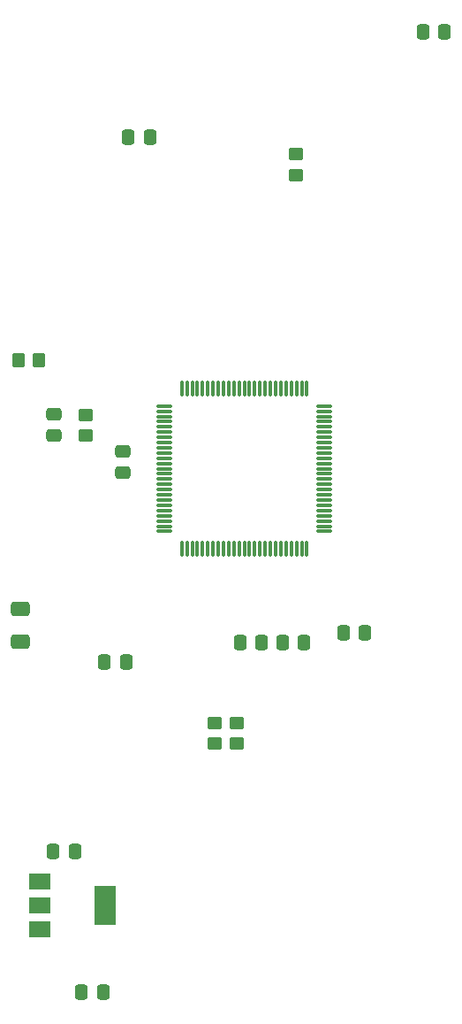
<source format=gtp>
G04 #@! TF.GenerationSoftware,KiCad,Pcbnew,(6.0.1)*
G04 #@! TF.CreationDate,2022-09-17T15:02:50-04:00*
G04 #@! TF.ProjectId,LB-Logic-01,4c422d4c-6f67-4696-932d-30312e6b6963,1*
G04 #@! TF.SameCoordinates,Original*
G04 #@! TF.FileFunction,Paste,Top*
G04 #@! TF.FilePolarity,Positive*
%FSLAX46Y46*%
G04 Gerber Fmt 4.6, Leading zero omitted, Abs format (unit mm)*
G04 Created by KiCad (PCBNEW (6.0.1)) date 2022-09-17 15:02:50*
%MOMM*%
%LPD*%
G01*
G04 APERTURE LIST*
G04 Aperture macros list*
%AMRoundRect*
0 Rectangle with rounded corners*
0 $1 Rounding radius*
0 $2 $3 $4 $5 $6 $7 $8 $9 X,Y pos of 4 corners*
0 Add a 4 corners polygon primitive as box body*
4,1,4,$2,$3,$4,$5,$6,$7,$8,$9,$2,$3,0*
0 Add four circle primitives for the rounded corners*
1,1,$1+$1,$2,$3*
1,1,$1+$1,$4,$5*
1,1,$1+$1,$6,$7*
1,1,$1+$1,$8,$9*
0 Add four rect primitives between the rounded corners*
20,1,$1+$1,$2,$3,$4,$5,0*
20,1,$1+$1,$4,$5,$6,$7,0*
20,1,$1+$1,$6,$7,$8,$9,0*
20,1,$1+$1,$8,$9,$2,$3,0*%
G04 Aperture macros list end*
%ADD10RoundRect,0.075000X-0.662500X-0.075000X0.662500X-0.075000X0.662500X0.075000X-0.662500X0.075000X0*%
%ADD11RoundRect,0.075000X-0.075000X-0.662500X0.075000X-0.662500X0.075000X0.662500X-0.075000X0.662500X0*%
%ADD12RoundRect,0.250000X0.337500X0.475000X-0.337500X0.475000X-0.337500X-0.475000X0.337500X-0.475000X0*%
%ADD13RoundRect,0.250000X-0.350000X-0.450000X0.350000X-0.450000X0.350000X0.450000X-0.350000X0.450000X0*%
%ADD14R,2.000000X1.500000*%
%ADD15R,2.000000X3.800000*%
%ADD16RoundRect,0.250000X-0.337500X-0.475000X0.337500X-0.475000X0.337500X0.475000X-0.337500X0.475000X0*%
%ADD17RoundRect,0.250000X0.475000X-0.337500X0.475000X0.337500X-0.475000X0.337500X-0.475000X-0.337500X0*%
%ADD18RoundRect,0.250000X0.450000X-0.350000X0.450000X0.350000X-0.450000X0.350000X-0.450000X-0.350000X0*%
%ADD19RoundRect,0.250000X-0.650000X0.412500X-0.650000X-0.412500X0.650000X-0.412500X0.650000X0.412500X0*%
G04 APERTURE END LIST*
D10*
X152992500Y-86075000D03*
X152992500Y-86575000D03*
X152992500Y-87075000D03*
X152992500Y-87575000D03*
X152992500Y-88075000D03*
X152992500Y-88575000D03*
X152992500Y-89075000D03*
X152992500Y-89575000D03*
X152992500Y-90075000D03*
X152992500Y-90575000D03*
X152992500Y-91075000D03*
X152992500Y-91575000D03*
X152992500Y-92075000D03*
X152992500Y-92575000D03*
X152992500Y-93075000D03*
X152992500Y-93575000D03*
X152992500Y-94075000D03*
X152992500Y-94575000D03*
X152992500Y-95075000D03*
X152992500Y-95575000D03*
X152992500Y-96075000D03*
X152992500Y-96575000D03*
X152992500Y-97075000D03*
X152992500Y-97575000D03*
X152992500Y-98075000D03*
D11*
X154655000Y-99737500D03*
X155155000Y-99737500D03*
X155655000Y-99737500D03*
X156155000Y-99737500D03*
X156655000Y-99737500D03*
X157155000Y-99737500D03*
X157655000Y-99737500D03*
X158155000Y-99737500D03*
X158655000Y-99737500D03*
X159155000Y-99737500D03*
X159655000Y-99737500D03*
X160155000Y-99737500D03*
X160655000Y-99737500D03*
X161155000Y-99737500D03*
X161655000Y-99737500D03*
X162155000Y-99737500D03*
X162655000Y-99737500D03*
X163155000Y-99737500D03*
X163655000Y-99737500D03*
X164155000Y-99737500D03*
X164655000Y-99737500D03*
X165155000Y-99737500D03*
X165655000Y-99737500D03*
X166155000Y-99737500D03*
X166655000Y-99737500D03*
D10*
X168317500Y-98075000D03*
X168317500Y-97575000D03*
X168317500Y-97075000D03*
X168317500Y-96575000D03*
X168317500Y-96075000D03*
X168317500Y-95575000D03*
X168317500Y-95075000D03*
X168317500Y-94575000D03*
X168317500Y-94075000D03*
X168317500Y-93575000D03*
X168317500Y-93075000D03*
X168317500Y-92575000D03*
X168317500Y-92075000D03*
X168317500Y-91575000D03*
X168317500Y-91075000D03*
X168317500Y-90575000D03*
X168317500Y-90075000D03*
X168317500Y-89575000D03*
X168317500Y-89075000D03*
X168317500Y-88575000D03*
X168317500Y-88075000D03*
X168317500Y-87575000D03*
X168317500Y-87075000D03*
X168317500Y-86575000D03*
X168317500Y-86075000D03*
D11*
X166655000Y-84412500D03*
X166155000Y-84412500D03*
X165655000Y-84412500D03*
X165155000Y-84412500D03*
X164655000Y-84412500D03*
X164155000Y-84412500D03*
X163655000Y-84412500D03*
X163155000Y-84412500D03*
X162655000Y-84412500D03*
X162155000Y-84412500D03*
X161655000Y-84412500D03*
X161155000Y-84412500D03*
X160655000Y-84412500D03*
X160155000Y-84412500D03*
X159655000Y-84412500D03*
X159155000Y-84412500D03*
X158655000Y-84412500D03*
X158155000Y-84412500D03*
X157655000Y-84412500D03*
X157155000Y-84412500D03*
X156655000Y-84412500D03*
X156155000Y-84412500D03*
X155655000Y-84412500D03*
X155155000Y-84412500D03*
X154655000Y-84412500D03*
D12*
X151608700Y-60350400D03*
X149533700Y-60350400D03*
D13*
X139004800Y-81707200D03*
X141004800Y-81707200D03*
D14*
X141020000Y-131558000D03*
X141020000Y-133858000D03*
X141020000Y-136158000D03*
D15*
X147320000Y-133858000D03*
D12*
X162327500Y-108712000D03*
X160252500Y-108712000D03*
D16*
X142345500Y-128651000D03*
X144420500Y-128651000D03*
D17*
X149047200Y-92477500D03*
X149047200Y-90402500D03*
D16*
X170158500Y-107746800D03*
X172233500Y-107746800D03*
D18*
X145440400Y-88934800D03*
X145440400Y-86934800D03*
D19*
X139192000Y-105485400D03*
X139192000Y-108610400D03*
D16*
X177778500Y-50292000D03*
X179853500Y-50292000D03*
X145063300Y-142138400D03*
X147138300Y-142138400D03*
D17*
X142392400Y-88921500D03*
X142392400Y-86846500D03*
D18*
X157784800Y-118398800D03*
X157784800Y-116398800D03*
X165608000Y-63992000D03*
X165608000Y-61992000D03*
D16*
X164316500Y-108712000D03*
X166391500Y-108712000D03*
D12*
X149322700Y-110591600D03*
X147247700Y-110591600D03*
D18*
X159969200Y-118398800D03*
X159969200Y-116398800D03*
M02*

</source>
